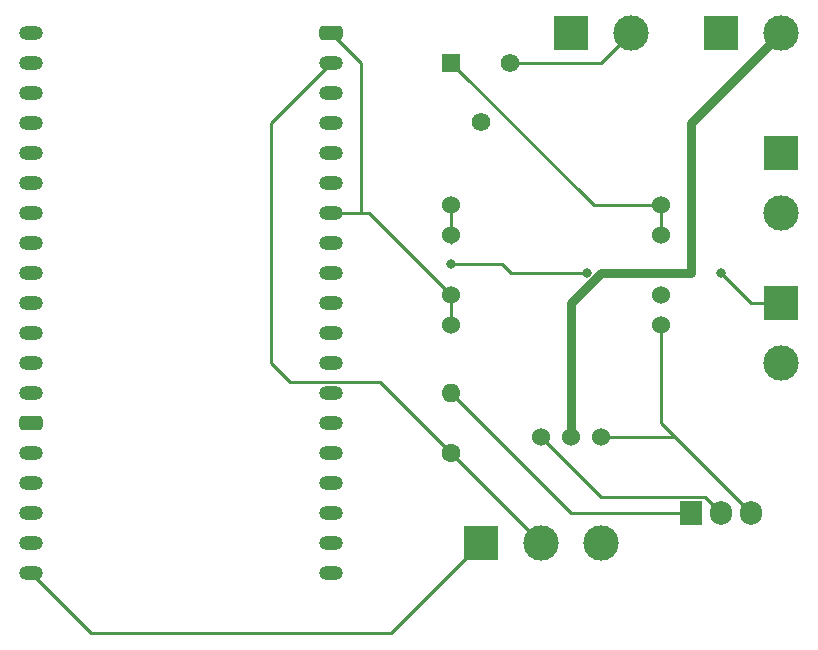
<source format=gbl>
%TF.GenerationSoftware,KiCad,Pcbnew,6.0.2+dfsg-1*%
%TF.CreationDate,2022-06-23T10:07:41-04:00*%
%TF.ProjectId,NodeMCU-32S,4e6f6465-4d43-4552-9d33-32532e6b6963,rev?*%
%TF.SameCoordinates,Original*%
%TF.FileFunction,Copper,L2,Bot*%
%TF.FilePolarity,Positive*%
%FSLAX46Y46*%
G04 Gerber Fmt 4.6, Leading zero omitted, Abs format (unit mm)*
G04 Created by KiCad (PCBNEW 6.0.2+dfsg-1) date 2022-06-23 10:07:41*
%MOMM*%
%LPD*%
G01*
G04 APERTURE LIST*
G04 Aperture macros list*
%AMRoundRect*
0 Rectangle with rounded corners*
0 $1 Rounding radius*
0 $2 $3 $4 $5 $6 $7 $8 $9 X,Y pos of 4 corners*
0 Add a 4 corners polygon primitive as box body*
4,1,4,$2,$3,$4,$5,$6,$7,$8,$9,$2,$3,0*
0 Add four circle primitives for the rounded corners*
1,1,$1+$1,$2,$3*
1,1,$1+$1,$4,$5*
1,1,$1+$1,$6,$7*
1,1,$1+$1,$8,$9*
0 Add four rect primitives between the rounded corners*
20,1,$1+$1,$2,$3,$4,$5,0*
20,1,$1+$1,$4,$5,$6,$7,0*
20,1,$1+$1,$6,$7,$8,$9,0*
20,1,$1+$1,$8,$9,$2,$3,0*%
G04 Aperture macros list end*
%TA.AperFunction,ComponentPad*%
%ADD10R,3.000000X3.000000*%
%TD*%
%TA.AperFunction,ComponentPad*%
%ADD11C,3.000000*%
%TD*%
%TA.AperFunction,ComponentPad*%
%ADD12R,1.905000X2.000000*%
%TD*%
%TA.AperFunction,ComponentPad*%
%ADD13O,1.905000X2.000000*%
%TD*%
%TA.AperFunction,ComponentPad*%
%ADD14C,1.524000*%
%TD*%
%TA.AperFunction,ComponentPad*%
%ADD15R,1.560000X1.560000*%
%TD*%
%TA.AperFunction,ComponentPad*%
%ADD16C,1.560000*%
%TD*%
%TA.AperFunction,ComponentPad*%
%ADD17O,2.000000X1.200000*%
%TD*%
%TA.AperFunction,ComponentPad*%
%ADD18RoundRect,0.300000X-0.700000X0.300000X-0.700000X-0.300000X0.700000X-0.300000X0.700000X0.300000X0*%
%TD*%
%TA.AperFunction,ComponentPad*%
%ADD19C,1.600000*%
%TD*%
%TA.AperFunction,ComponentPad*%
%ADD20O,1.600000X1.600000*%
%TD*%
%TA.AperFunction,ViaPad*%
%ADD21C,0.800000*%
%TD*%
%TA.AperFunction,Conductor*%
%ADD22C,0.250000*%
%TD*%
%TA.AperFunction,Conductor*%
%ADD23C,0.750000*%
%TD*%
G04 APERTURE END LIST*
D10*
%TO.P,J5,1,Pin_1*%
%TO.N,+5V*%
X109220000Y-104140000D03*
D11*
%TO.P,J5,2,Pin_2*%
%TO.N,ENABLE*%
X114300000Y-104140000D03*
%TO.P,J5,3,Pin_3*%
%TO.N,GND*%
X119380000Y-104140000D03*
%TD*%
D12*
%TO.P,Q1,1,G*%
%TO.N,Net-(Q1-Pad1)*%
X127000000Y-101600000D03*
D13*
%TO.P,Q1,2,D*%
%TO.N,MOSFET_GND*%
X129540000Y-101600000D03*
%TO.P,Q1,3,S*%
%TO.N,GND*%
X132080000Y-101600000D03*
%TD*%
D14*
%TO.P,U2,1,IN+*%
%TO.N,VCC*%
X106680000Y-78085000D03*
X106680000Y-75545000D03*
%TO.P,U2,2,IN-*%
%TO.N,GND*%
X106680000Y-83165000D03*
X106680000Y-85705000D03*
%TO.P,U2,3,5v*%
%TO.N,+5V*%
X124460000Y-78085000D03*
X124460000Y-75545000D03*
%TO.P,U2,4,5v-*%
%TO.N,GND*%
X124460000Y-83165000D03*
X124460000Y-85705000D03*
%TD*%
D10*
%TO.P,J4,1,Pin_1*%
%TO.N,PUL*%
X134620000Y-83820000D03*
D11*
%TO.P,J4,2,Pin_2*%
%TO.N,GND*%
X134620000Y-88900000D03*
%TD*%
D10*
%TO.P,J2,1,Pin_1*%
%TO.N,VCC*%
X116840000Y-60960000D03*
D11*
%TO.P,J2,2,Pin_2*%
%TO.N,GND*%
X121920000Y-60960000D03*
%TD*%
D10*
%TO.P,J3,1,Pin_1*%
%TO.N,DIR*%
X134620000Y-71120000D03*
D11*
%TO.P,J3,2,Pin_2*%
%TO.N,GND*%
X134620000Y-76200000D03*
%TD*%
D15*
%TO.P,RV1,1,1*%
%TO.N,+5V*%
X106680000Y-63500000D03*
D16*
%TO.P,RV1,2,2*%
%TO.N,Net-(RV1-Pad2)*%
X109180000Y-68500000D03*
%TO.P,RV1,3,3*%
%TO.N,GND*%
X111680000Y-63500000D03*
%TD*%
D17*
%TO.P,U1,1,3V3*%
%TO.N,unconnected-(U1-Pad1)*%
X71123680Y-60962720D03*
%TO.P,U1,2,CHIP_PU*%
%TO.N,unconnected-(U1-Pad2)*%
X71123680Y-63502720D03*
%TO.P,U1,3,SENSOR_VP/GPIO36/ADC1_CH0*%
%TO.N,unconnected-(U1-Pad3)*%
X71123680Y-66042720D03*
%TO.P,U1,4,SENSOR_VN/GPIO39/ADC1_CH3*%
%TO.N,unconnected-(U1-Pad4)*%
X71123680Y-68582720D03*
%TO.P,U1,5,VDET_1/GPIO34/ADC1_CH6*%
%TO.N,Net-(RV1-Pad2)*%
X71123680Y-71122720D03*
%TO.P,U1,6,VDET_2/GPIO35/ADC1_CH7*%
%TO.N,unconnected-(U1-Pad6)*%
X71123680Y-73662720D03*
%TO.P,U1,7,32K_XP/GPIO32/ADC1_CH4*%
%TO.N,unconnected-(U1-Pad7)*%
X71123680Y-76202720D03*
%TO.P,U1,8,32K_XN/GPIO33/ADC1_CH5*%
%TO.N,unconnected-(U1-Pad8)*%
X71123680Y-78742720D03*
%TO.P,U1,9,DAC_1/ADC2_CH8/GPIO25*%
%TO.N,unconnected-(U1-Pad9)*%
X71123680Y-81282720D03*
%TO.P,U1,10,DAC_2/ADC2_CH9/GPIO26*%
%TO.N,unconnected-(U1-Pad10)*%
X71123680Y-83822720D03*
%TO.P,U1,11,ADC2_CH7/GPIO27*%
%TO.N,unconnected-(U1-Pad11)*%
X71123680Y-86362720D03*
%TO.P,U1,12,MTMS/GPIO14/ADC2_CH6*%
%TO.N,unconnected-(U1-Pad12)*%
X71123680Y-88902720D03*
%TO.P,U1,13,\u002AMTDI/GPIO12/ADC2_CH5*%
%TO.N,unconnected-(U1-Pad13)*%
X71123680Y-91442720D03*
D18*
%TO.P,U1,14,GND*%
%TO.N,GND*%
X71123680Y-93982720D03*
D17*
%TO.P,U1,15,MTCK/GPIO13/ADC2_CH4*%
%TO.N,unconnected-(U1-Pad15)*%
X71123680Y-96522720D03*
%TO.P,U1,16,SD_DATA2/GPIO9*%
%TO.N,unconnected-(U1-Pad16)*%
X71123680Y-99062720D03*
%TO.P,U1,17,SD_DATA3/GPIO10*%
%TO.N,unconnected-(U1-Pad17)*%
X71123680Y-101602720D03*
%TO.P,U1,18,CMD*%
%TO.N,unconnected-(U1-Pad18)*%
X71123680Y-104142720D03*
%TO.P,U1,19,5V*%
%TO.N,+5V*%
X71123680Y-106682720D03*
%TO.P,U1,20,SD_CLK/GPIO6*%
%TO.N,unconnected-(U1-Pad20)*%
X96520000Y-106680000D03*
%TO.P,U1,21,SD_DATA0/GPIO7*%
%TO.N,unconnected-(U1-Pad21)*%
X96520000Y-104140000D03*
%TO.P,U1,22,SD_DATA1/GPIO8*%
%TO.N,unconnected-(U1-Pad22)*%
X96523680Y-101602720D03*
%TO.P,U1,23,\u002AMTDO/GPIO15/ADC2_CH3*%
%TO.N,unconnected-(U1-Pad23)*%
X96523680Y-99062720D03*
%TO.P,U1,24,ADC2_CH2/\u002AGPIO2*%
%TO.N,unconnected-(U1-Pad24)*%
X96523680Y-96522720D03*
%TO.P,U1,25,\u002AGPIO0/BOOT/ADC2_CH1*%
%TO.N,unconnected-(U1-Pad25)*%
X96523680Y-93982720D03*
%TO.P,U1,26,ADC2_CH0/GPIO4*%
%TO.N,unconnected-(U1-Pad26)*%
X96523680Y-91442720D03*
%TO.P,U1,27,GPIO16*%
%TO.N,unconnected-(U1-Pad27)*%
X96523680Y-88902720D03*
%TO.P,U1,28,GPIO17*%
%TO.N,unconnected-(U1-Pad28)*%
X96523680Y-86362720D03*
%TO.P,U1,29,\u002AGPIO5*%
%TO.N,unconnected-(U1-Pad29)*%
X96523680Y-83822720D03*
%TO.P,U1,30,GPIO18*%
%TO.N,DIR*%
X96523680Y-81282720D03*
%TO.P,U1,31,GPIO19*%
%TO.N,PUL*%
X96523680Y-78742720D03*
%TO.P,U1,32,GND*%
%TO.N,GND*%
X96523680Y-76202720D03*
%TO.P,U1,33,GPIO21*%
%TO.N,unconnected-(U1-Pad33)*%
X96523680Y-73662720D03*
%TO.P,U1,34,U0RXD/GPIO3*%
%TO.N,unconnected-(U1-Pad34)*%
X96523680Y-71122720D03*
%TO.P,U1,35,U0TXD/GPIO1*%
%TO.N,unconnected-(U1-Pad35)*%
X96523680Y-68582720D03*
%TO.P,U1,36,GPIO22*%
%TO.N,unconnected-(U1-Pad36)*%
X96523680Y-66042720D03*
%TO.P,U1,37,GPIO23*%
%TO.N,ENABLE*%
X96523680Y-63502720D03*
D18*
%TO.P,U1,38,GND*%
%TO.N,GND*%
X96523680Y-60962720D03*
%TD*%
D19*
%TO.P,R1,1*%
%TO.N,ENABLE*%
X106680000Y-96520000D03*
D20*
%TO.P,R1,2*%
%TO.N,Net-(Q1-Pad1)*%
X106680000Y-91440000D03*
%TD*%
D14*
%TO.P,SW1,1,A*%
%TO.N,MOSFET_GND*%
X114300000Y-95155000D03*
%TO.P,SW1,2,B*%
%TO.N,Variable Ground*%
X116840000Y-95155000D03*
%TO.P,SW1,3,C*%
%TO.N,GND*%
X119380000Y-95155000D03*
%TD*%
D10*
%TO.P,J1,1,Pin_1*%
%TO.N,VCC*%
X129540000Y-60960000D03*
D11*
%TO.P,J1,2,Pin_2*%
%TO.N,Variable Ground*%
X134620000Y-60960000D03*
%TD*%
D21*
%TO.N,PUL*%
X118205500Y-81280000D03*
X129540000Y-81280000D03*
X106680000Y-80508220D03*
%TD*%
D22*
%TO.N,VCC*%
X106680000Y-75545000D02*
X106680000Y-78740000D01*
X106680000Y-75545000D02*
X106680000Y-78085000D01*
D23*
%TO.N,Variable Ground*%
X127000000Y-81280000D02*
X119380000Y-81280000D01*
X119380000Y-81280000D02*
X116840000Y-83820000D01*
X134620000Y-60960000D02*
X127000000Y-68580000D01*
X116840000Y-83820000D02*
X116840000Y-95155000D01*
X127000000Y-68580000D02*
X127000000Y-81280000D01*
D22*
%TO.N,GND*%
X111680000Y-63500000D02*
X119380000Y-63500000D01*
X124460000Y-93980000D02*
X125730000Y-95250000D01*
X125730000Y-95250000D02*
X132080000Y-101600000D01*
X96523680Y-76202720D02*
X99717720Y-76202720D01*
X125635000Y-95155000D02*
X125730000Y-95250000D01*
X119380000Y-95155000D02*
X125635000Y-95155000D01*
X119380000Y-63500000D02*
X121920000Y-60960000D01*
X106680000Y-83165000D02*
X106680000Y-85705000D01*
X99717720Y-76202720D02*
X106680000Y-83165000D01*
X96523680Y-60962720D02*
X99060000Y-63499040D01*
X124460000Y-85705000D02*
X124460000Y-93980000D01*
X99060000Y-63499040D02*
X99060000Y-76200000D01*
%TO.N,PUL*%
X132080000Y-83820000D02*
X129540000Y-81280000D01*
X111760000Y-81280000D02*
X110988220Y-80508220D01*
X118205500Y-81280000D02*
X111760000Y-81280000D01*
X110988220Y-80508220D02*
X106680000Y-80508220D01*
X134620000Y-83820000D02*
X132080000Y-83820000D01*
%TO.N,+5V*%
X76200960Y-111760000D02*
X101600000Y-111760000D01*
X118725000Y-75545000D02*
X124460000Y-75545000D01*
X101600000Y-111760000D02*
X109220000Y-104140000D01*
X106680000Y-63500000D02*
X118725000Y-75545000D01*
X71123680Y-106682720D02*
X76200960Y-111760000D01*
X124460000Y-75545000D02*
X124460000Y-78085000D01*
%TO.N,ENABLE*%
X96523680Y-63502720D02*
X91440000Y-68586400D01*
X91440000Y-68586400D02*
X91440000Y-88900000D01*
X91440000Y-88900000D02*
X93008200Y-90468200D01*
X93008200Y-90468200D02*
X100628200Y-90468200D01*
X106680000Y-96520000D02*
X114300000Y-104140000D01*
X100628200Y-90468200D02*
X106680000Y-96520000D01*
%TO.N,Net-(Q1-Pad1)*%
X116840000Y-101600000D02*
X127000000Y-101600000D01*
X106680000Y-91440000D02*
X116840000Y-101600000D01*
%TO.N,MOSFET_GND*%
X114300000Y-95155000D02*
X119370489Y-100225489D01*
X128165489Y-100225489D02*
X129540000Y-101600000D01*
X119370489Y-100225489D02*
X128165489Y-100225489D01*
%TD*%
M02*

</source>
